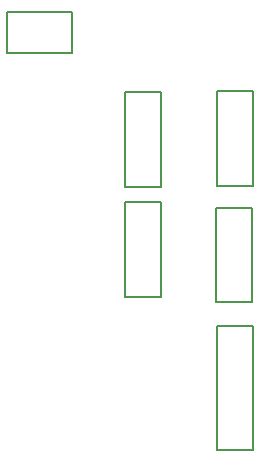
<source format=gbr>
G04 #@! TF.FileFunction,Other,User*
%FSLAX46Y46*%
G04 Gerber Fmt 4.6, Leading zero omitted, Abs format (unit mm)*
G04 Created by KiCad (PCBNEW 4.0.4+dfsg1-stable) date Sun Feb  5 16:49:06 2017*
%MOMM*%
%LPD*%
G01*
G04 APERTURE LIST*
%ADD10C,0.100000*%
%ADD11C,0.150000*%
G04 APERTURE END LIST*
D10*
D11*
X18800000Y41000000D02*
X24300000Y41000000D01*
X24300000Y41000000D02*
X24300000Y37500000D01*
X24300000Y37500000D02*
X18800000Y37500000D01*
X18800000Y37500000D02*
X18800000Y41000000D01*
X31800000Y24900000D02*
X31800000Y16900000D01*
X31800000Y16900000D02*
X28800000Y16900000D01*
X28800000Y16900000D02*
X28800000Y24900000D01*
X28800000Y24900000D02*
X31800000Y24900000D01*
X39500000Y24400000D02*
X39500000Y16400000D01*
X39500000Y16400000D02*
X36500000Y16400000D01*
X36500000Y16400000D02*
X36500000Y24400000D01*
X36500000Y24400000D02*
X39500000Y24400000D01*
X31800000Y34200000D02*
X31800000Y26200000D01*
X31800000Y26200000D02*
X28800000Y26200000D01*
X28800000Y26200000D02*
X28800000Y34200000D01*
X28800000Y34200000D02*
X31800000Y34200000D01*
X39600000Y34300000D02*
X39600000Y26300000D01*
X39600000Y26300000D02*
X36600000Y26300000D01*
X36600000Y26300000D02*
X36600000Y34300000D01*
X36600000Y34300000D02*
X39600000Y34300000D01*
X36600000Y3900000D02*
X36600000Y14400000D01*
X36600000Y14400000D02*
X39600000Y14400000D01*
X39600000Y14400000D02*
X39600000Y3900000D01*
X39600000Y3900000D02*
X36600000Y3900000D01*
M02*

</source>
